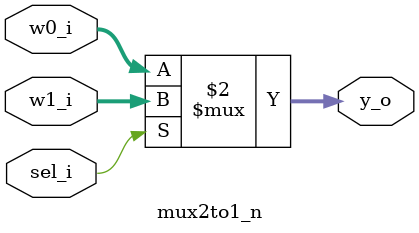
<source format=sv>
module mux2to1_n#(parameter n=4)(w0_i,w1_i,sel_i,y_o);
	input logic[n-1:0] w0_i,w1_i;
	input logic sel_i;
	output logic[n-1:0] y_o;
	always_comb begin:proc_mux2_4bit
		y_o=(sel_i)?w1_i:w0_i;
	end
endmodule: mux2to1_n

</source>
